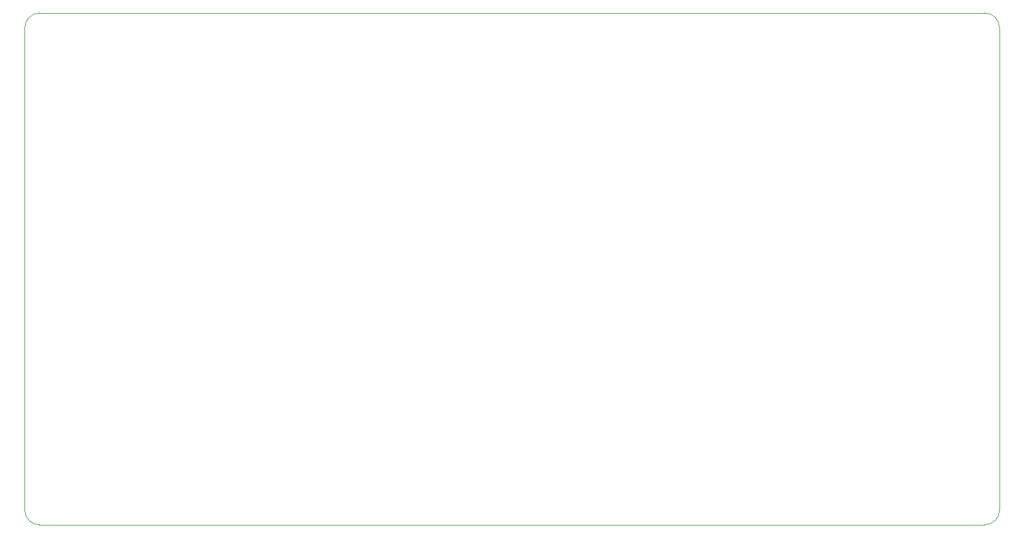
<source format=gbr>
%TF.GenerationSoftware,KiCad,Pcbnew,9.0.5-9.0.5~ubuntu24.04.1*%
%TF.CreationDate,2025-11-01T13:29:22+08:00*%
%TF.ProjectId,TPS2,54505332-2e6b-4696-9361-645f70636258,rev?*%
%TF.SameCoordinates,Original*%
%TF.FileFunction,Profile,NP*%
%FSLAX46Y46*%
G04 Gerber Fmt 4.6, Leading zero omitted, Abs format (unit mm)*
G04 Created by KiCad (PCBNEW 9.0.5-9.0.5~ubuntu24.04.1) date 2025-11-01 13:29:22*
%MOMM*%
%LPD*%
G01*
G04 APERTURE LIST*
%TA.AperFunction,Profile*%
%ADD10C,0.100000*%
%TD*%
G04 APERTURE END LIST*
D10*
X181175000Y-105200000D02*
X40661000Y-105200000D01*
X181175000Y-29000000D02*
X40661000Y-29000000D01*
X181175000Y-29000000D02*
G75*
G02*
X183375000Y-31200000I0J-2200000D01*
G01*
X183375000Y-103000000D02*
G75*
G02*
X181175000Y-105200000I-2200000J0D01*
G01*
X40661000Y-105200000D02*
G75*
G02*
X38461000Y-103000000I0J2200000D01*
G01*
X38461000Y-31200000D02*
G75*
G02*
X40661000Y-29000000I2200000J0D01*
G01*
X183375000Y-31200000D02*
X183375000Y-103000000D01*
X38461000Y-103000000D02*
X38461000Y-31200000D01*
M02*

</source>
